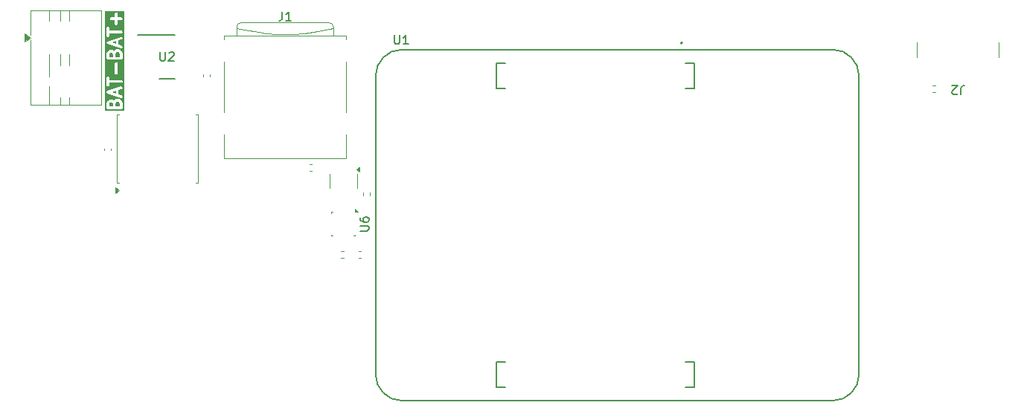
<source format=gbr>
%TF.GenerationSoftware,KiCad,Pcbnew,9.0.3*%
%TF.CreationDate,2025-11-10T23:22:15+01:00*%
%TF.ProjectId,AESS-PCB,41455353-2d50-4434-922e-6b696361645f,rev?*%
%TF.SameCoordinates,Original*%
%TF.FileFunction,Legend,Top*%
%TF.FilePolarity,Positive*%
%FSLAX46Y46*%
G04 Gerber Fmt 4.6, Leading zero omitted, Abs format (unit mm)*
G04 Created by KiCad (PCBNEW 9.0.3) date 2025-11-10 23:22:15*
%MOMM*%
%LPD*%
G01*
G04 APERTURE LIST*
%ADD10C,0.300000*%
%ADD11C,0.150000*%
%ADD12C,0.120000*%
%ADD13C,0.200000*%
%ADD14C,0.100000*%
%ADD15C,0.127000*%
G04 APERTURE END LIST*
D10*
G36*
X28583403Y-23154481D02*
G01*
X28620406Y-23191485D01*
X28665114Y-23280899D01*
X28665114Y-23595489D01*
X28250828Y-23595489D01*
X28250828Y-23280899D01*
X28295535Y-23191484D01*
X28332539Y-23154480D01*
X28421952Y-23109774D01*
X28493990Y-23109774D01*
X28583403Y-23154481D01*
G37*
G36*
X29369116Y-23083051D02*
G01*
X29406121Y-23120056D01*
X29450828Y-23209469D01*
X29450828Y-23595489D01*
X28965114Y-23595489D01*
X28965114Y-23269831D01*
X29017647Y-23112229D01*
X29046824Y-23083052D01*
X29136238Y-23038346D01*
X29279704Y-23038346D01*
X29369116Y-23083051D01*
G37*
G36*
X29022257Y-22108803D02*
G01*
X28575168Y-21959774D01*
X29022257Y-21810744D01*
X29022257Y-22108803D01*
G37*
G36*
X29917495Y-24062156D02*
G01*
X27784161Y-24062156D01*
X27784161Y-23245489D01*
X27950828Y-23245489D01*
X27950828Y-23745489D01*
X27953710Y-23774753D01*
X27976108Y-23828825D01*
X28017492Y-23870209D01*
X28071564Y-23892607D01*
X28100828Y-23895489D01*
X29600828Y-23895489D01*
X29630092Y-23892607D01*
X29684164Y-23870209D01*
X29725548Y-23828825D01*
X29747946Y-23774753D01*
X29750828Y-23745489D01*
X29750828Y-23174060D01*
X29747946Y-23144796D01*
X29745883Y-23139817D01*
X29745502Y-23134442D01*
X29734992Y-23106979D01*
X29663564Y-22964121D01*
X29655637Y-22951529D01*
X29654121Y-22947868D01*
X29650737Y-22943745D01*
X29647899Y-22939236D01*
X29644907Y-22936641D01*
X29635466Y-22925137D01*
X29564037Y-22853708D01*
X29552535Y-22844268D01*
X29549939Y-22841275D01*
X29545425Y-22838434D01*
X29541306Y-22835053D01*
X29537646Y-22833537D01*
X29525053Y-22825610D01*
X29382196Y-22754182D01*
X29354732Y-22743672D01*
X29349356Y-22743290D01*
X29344378Y-22741228D01*
X29315114Y-22738346D01*
X29100828Y-22738346D01*
X29071564Y-22741228D01*
X29066585Y-22743290D01*
X29061210Y-22743672D01*
X29033747Y-22754182D01*
X28890889Y-22825610D01*
X28878297Y-22833536D01*
X28874636Y-22835053D01*
X28870513Y-22838436D01*
X28866004Y-22841275D01*
X28863409Y-22844266D01*
X28851905Y-22853708D01*
X28780476Y-22925137D01*
X28779505Y-22926319D01*
X28778324Y-22925138D01*
X28766821Y-22915698D01*
X28764225Y-22912704D01*
X28759710Y-22909862D01*
X28755593Y-22906483D01*
X28751934Y-22904967D01*
X28739339Y-22897039D01*
X28596482Y-22825610D01*
X28569019Y-22815101D01*
X28563644Y-22814719D01*
X28558664Y-22812656D01*
X28529400Y-22809774D01*
X28386542Y-22809774D01*
X28357278Y-22812656D01*
X28352297Y-22814719D01*
X28346923Y-22815101D01*
X28319459Y-22825610D01*
X28176603Y-22897039D01*
X28164006Y-22904967D01*
X28160349Y-22906483D01*
X28156231Y-22909862D01*
X28151717Y-22912704D01*
X28149119Y-22915698D01*
X28137618Y-22925138D01*
X28066190Y-22996567D01*
X28056752Y-23008066D01*
X28053758Y-23010664D01*
X28050915Y-23015180D01*
X28047536Y-23019298D01*
X28046021Y-23022954D01*
X28038093Y-23035550D01*
X27966664Y-23178407D01*
X27956155Y-23205870D01*
X27955773Y-23211244D01*
X27953710Y-23216225D01*
X27950828Y-23245489D01*
X27784161Y-23245489D01*
X27784161Y-21941013D01*
X27952006Y-21941013D01*
X27953339Y-21959774D01*
X27952006Y-21978535D01*
X27955395Y-21988702D01*
X27956155Y-21999394D01*
X27964566Y-22016217D01*
X27970514Y-22034059D01*
X27977536Y-22042155D01*
X27982329Y-22051741D01*
X27996537Y-22064064D01*
X28008861Y-22078273D01*
X28018446Y-22083065D01*
X28026543Y-22090088D01*
X28053394Y-22102076D01*
X29553394Y-22602077D01*
X29582068Y-22608597D01*
X29640448Y-22604447D01*
X29692795Y-22578273D01*
X29731142Y-22534059D01*
X29749651Y-22478535D01*
X29745501Y-22420155D01*
X29719328Y-22367807D01*
X29675113Y-22329460D01*
X29648262Y-22317472D01*
X29322257Y-22208803D01*
X29322257Y-21710744D01*
X29648262Y-21602076D01*
X29675113Y-21590088D01*
X29719328Y-21551741D01*
X29745501Y-21499393D01*
X29749651Y-21441013D01*
X29731142Y-21385489D01*
X29692795Y-21341275D01*
X29640448Y-21315101D01*
X29582068Y-21310951D01*
X29553394Y-21317471D01*
X28053394Y-21817472D01*
X28026543Y-21829460D01*
X28018446Y-21836482D01*
X28008861Y-21841275D01*
X27996537Y-21855483D01*
X27982329Y-21867807D01*
X27977536Y-21877392D01*
X27970514Y-21885489D01*
X27964566Y-21903330D01*
X27956155Y-21920154D01*
X27955395Y-21930845D01*
X27952006Y-21941013D01*
X27784161Y-21941013D01*
X27784161Y-20316918D01*
X27950828Y-20316918D01*
X27950828Y-21174060D01*
X27953710Y-21203324D01*
X27976108Y-21257396D01*
X28017492Y-21298780D01*
X28071564Y-21321178D01*
X28130092Y-21321178D01*
X28184164Y-21298780D01*
X28225548Y-21257396D01*
X28247946Y-21203324D01*
X28250828Y-21174060D01*
X28250828Y-20895489D01*
X29600828Y-20895489D01*
X29630092Y-20892607D01*
X29684164Y-20870209D01*
X29725548Y-20828825D01*
X29747946Y-20774753D01*
X29747946Y-20716225D01*
X29725548Y-20662153D01*
X29684164Y-20620769D01*
X29630092Y-20598371D01*
X29600828Y-20595489D01*
X28250828Y-20595489D01*
X28250828Y-20316918D01*
X28247946Y-20287654D01*
X28225548Y-20233582D01*
X28184164Y-20192198D01*
X28130092Y-20169800D01*
X28071564Y-20169800D01*
X28017492Y-20192198D01*
X27976108Y-20233582D01*
X27953710Y-20287654D01*
X27950828Y-20316918D01*
X27784161Y-20316918D01*
X27784161Y-18674061D01*
X28879400Y-18674061D01*
X28879400Y-19816918D01*
X28882282Y-19846182D01*
X28904680Y-19900254D01*
X28946064Y-19941638D01*
X29000136Y-19964036D01*
X29058664Y-19964036D01*
X29112736Y-19941638D01*
X29154120Y-19900254D01*
X29176518Y-19846182D01*
X29179400Y-19816918D01*
X29179400Y-18674061D01*
X29176518Y-18644797D01*
X29154120Y-18590725D01*
X29112736Y-18549341D01*
X29058664Y-18526943D01*
X29000136Y-18526943D01*
X28946064Y-18549341D01*
X28904680Y-18590725D01*
X28882282Y-18644797D01*
X28879400Y-18674061D01*
X27784161Y-18674061D01*
X27784161Y-18360276D01*
X29917495Y-18360276D01*
X29917495Y-24062156D01*
G37*
G36*
X28583403Y-17504481D02*
G01*
X28620406Y-17541485D01*
X28665114Y-17630899D01*
X28665114Y-17945489D01*
X28250828Y-17945489D01*
X28250828Y-17630899D01*
X28295535Y-17541484D01*
X28332539Y-17504480D01*
X28421952Y-17459774D01*
X28493990Y-17459774D01*
X28583403Y-17504481D01*
G37*
G36*
X29369116Y-17433051D02*
G01*
X29406121Y-17470056D01*
X29450828Y-17559469D01*
X29450828Y-17945489D01*
X28965114Y-17945489D01*
X28965114Y-17619831D01*
X29017647Y-17462229D01*
X29046824Y-17433052D01*
X29136238Y-17388346D01*
X29279704Y-17388346D01*
X29369116Y-17433051D01*
G37*
G36*
X29022257Y-16458803D02*
G01*
X28575168Y-16309774D01*
X29022257Y-16160744D01*
X29022257Y-16458803D01*
G37*
G36*
X29917495Y-18412156D02*
G01*
X27784161Y-18412156D01*
X27784161Y-17595489D01*
X27950828Y-17595489D01*
X27950828Y-18095489D01*
X27953710Y-18124753D01*
X27976108Y-18178825D01*
X28017492Y-18220209D01*
X28071564Y-18242607D01*
X28100828Y-18245489D01*
X29600828Y-18245489D01*
X29630092Y-18242607D01*
X29684164Y-18220209D01*
X29725548Y-18178825D01*
X29747946Y-18124753D01*
X29750828Y-18095489D01*
X29750828Y-17524060D01*
X29747946Y-17494796D01*
X29745883Y-17489817D01*
X29745502Y-17484442D01*
X29734992Y-17456979D01*
X29663564Y-17314121D01*
X29655637Y-17301529D01*
X29654121Y-17297868D01*
X29650737Y-17293745D01*
X29647899Y-17289236D01*
X29644907Y-17286641D01*
X29635466Y-17275137D01*
X29564037Y-17203708D01*
X29552535Y-17194268D01*
X29549939Y-17191275D01*
X29545425Y-17188434D01*
X29541306Y-17185053D01*
X29537646Y-17183537D01*
X29525053Y-17175610D01*
X29382196Y-17104182D01*
X29354732Y-17093672D01*
X29349356Y-17093290D01*
X29344378Y-17091228D01*
X29315114Y-17088346D01*
X29100828Y-17088346D01*
X29071564Y-17091228D01*
X29066585Y-17093290D01*
X29061210Y-17093672D01*
X29033747Y-17104182D01*
X28890889Y-17175610D01*
X28878297Y-17183536D01*
X28874636Y-17185053D01*
X28870513Y-17188436D01*
X28866004Y-17191275D01*
X28863409Y-17194266D01*
X28851905Y-17203708D01*
X28780476Y-17275137D01*
X28779505Y-17276319D01*
X28778324Y-17275138D01*
X28766821Y-17265698D01*
X28764225Y-17262704D01*
X28759710Y-17259862D01*
X28755593Y-17256483D01*
X28751934Y-17254967D01*
X28739339Y-17247039D01*
X28596482Y-17175610D01*
X28569019Y-17165101D01*
X28563644Y-17164719D01*
X28558664Y-17162656D01*
X28529400Y-17159774D01*
X28386542Y-17159774D01*
X28357278Y-17162656D01*
X28352297Y-17164719D01*
X28346923Y-17165101D01*
X28319459Y-17175610D01*
X28176603Y-17247039D01*
X28164006Y-17254967D01*
X28160349Y-17256483D01*
X28156231Y-17259862D01*
X28151717Y-17262704D01*
X28149119Y-17265698D01*
X28137618Y-17275138D01*
X28066190Y-17346567D01*
X28056752Y-17358066D01*
X28053758Y-17360664D01*
X28050915Y-17365180D01*
X28047536Y-17369298D01*
X28046021Y-17372954D01*
X28038093Y-17385550D01*
X27966664Y-17528407D01*
X27956155Y-17555870D01*
X27955773Y-17561244D01*
X27953710Y-17566225D01*
X27950828Y-17595489D01*
X27784161Y-17595489D01*
X27784161Y-16291013D01*
X27952006Y-16291013D01*
X27953339Y-16309774D01*
X27952006Y-16328535D01*
X27955395Y-16338702D01*
X27956155Y-16349394D01*
X27964566Y-16366217D01*
X27970514Y-16384059D01*
X27977536Y-16392155D01*
X27982329Y-16401741D01*
X27996537Y-16414064D01*
X28008861Y-16428273D01*
X28018446Y-16433065D01*
X28026543Y-16440088D01*
X28053394Y-16452076D01*
X29553394Y-16952077D01*
X29582068Y-16958597D01*
X29640448Y-16954447D01*
X29692795Y-16928273D01*
X29731142Y-16884059D01*
X29749651Y-16828535D01*
X29745501Y-16770155D01*
X29719328Y-16717807D01*
X29675113Y-16679460D01*
X29648262Y-16667472D01*
X29322257Y-16558803D01*
X29322257Y-16060744D01*
X29648262Y-15952076D01*
X29675113Y-15940088D01*
X29719328Y-15901741D01*
X29745501Y-15849393D01*
X29749651Y-15791013D01*
X29731142Y-15735489D01*
X29692795Y-15691275D01*
X29640448Y-15665101D01*
X29582068Y-15660951D01*
X29553394Y-15667471D01*
X28053394Y-16167472D01*
X28026543Y-16179460D01*
X28018446Y-16186482D01*
X28008861Y-16191275D01*
X27996537Y-16205483D01*
X27982329Y-16217807D01*
X27977536Y-16227392D01*
X27970514Y-16235489D01*
X27964566Y-16253330D01*
X27956155Y-16270154D01*
X27955395Y-16280845D01*
X27952006Y-16291013D01*
X27784161Y-16291013D01*
X27784161Y-14666918D01*
X27950828Y-14666918D01*
X27950828Y-15524060D01*
X27953710Y-15553324D01*
X27976108Y-15607396D01*
X28017492Y-15648780D01*
X28071564Y-15671178D01*
X28130092Y-15671178D01*
X28184164Y-15648780D01*
X28225548Y-15607396D01*
X28247946Y-15553324D01*
X28250828Y-15524060D01*
X28250828Y-15245489D01*
X29600828Y-15245489D01*
X29630092Y-15242607D01*
X29684164Y-15220209D01*
X29725548Y-15178825D01*
X29747946Y-15124753D01*
X29747946Y-15066225D01*
X29725548Y-15012153D01*
X29684164Y-14970769D01*
X29630092Y-14948371D01*
X29600828Y-14945489D01*
X28250828Y-14945489D01*
X28250828Y-14666918D01*
X28247946Y-14637654D01*
X28225548Y-14583582D01*
X28184164Y-14542198D01*
X28130092Y-14519800D01*
X28071564Y-14519800D01*
X28017492Y-14542198D01*
X27976108Y-14583582D01*
X27953710Y-14637654D01*
X27950828Y-14666918D01*
X27784161Y-14666918D01*
X27784161Y-13566225D01*
X28310853Y-13566225D01*
X28310853Y-13624753D01*
X28333251Y-13678825D01*
X28374635Y-13720209D01*
X28428707Y-13742607D01*
X28457971Y-13745489D01*
X28879400Y-13745489D01*
X28879400Y-14166918D01*
X28882282Y-14196182D01*
X28904680Y-14250254D01*
X28946064Y-14291638D01*
X29000136Y-14314036D01*
X29058664Y-14314036D01*
X29112736Y-14291638D01*
X29154120Y-14250254D01*
X29176518Y-14196182D01*
X29179400Y-14166918D01*
X29179400Y-13745489D01*
X29600828Y-13745489D01*
X29630092Y-13742607D01*
X29684164Y-13720209D01*
X29725548Y-13678825D01*
X29747946Y-13624753D01*
X29747946Y-13566225D01*
X29725548Y-13512153D01*
X29684164Y-13470769D01*
X29630092Y-13448371D01*
X29600828Y-13445489D01*
X29179400Y-13445489D01*
X29179400Y-13024061D01*
X29176518Y-12994797D01*
X29154120Y-12940725D01*
X29112736Y-12899341D01*
X29058664Y-12876943D01*
X29000136Y-12876943D01*
X28946064Y-12899341D01*
X28904680Y-12940725D01*
X28882282Y-12994797D01*
X28879400Y-13024061D01*
X28879400Y-13445489D01*
X28457971Y-13445489D01*
X28428707Y-13448371D01*
X28374635Y-13470769D01*
X28333251Y-13512153D01*
X28310853Y-13566225D01*
X27784161Y-13566225D01*
X27784161Y-12710276D01*
X29917495Y-12710276D01*
X29917495Y-18412156D01*
G37*
D11*
X34038095Y-17404819D02*
X34038095Y-18214342D01*
X34038095Y-18214342D02*
X34085714Y-18309580D01*
X34085714Y-18309580D02*
X34133333Y-18357200D01*
X34133333Y-18357200D02*
X34228571Y-18404819D01*
X34228571Y-18404819D02*
X34419047Y-18404819D01*
X34419047Y-18404819D02*
X34514285Y-18357200D01*
X34514285Y-18357200D02*
X34561904Y-18309580D01*
X34561904Y-18309580D02*
X34609523Y-18214342D01*
X34609523Y-18214342D02*
X34609523Y-17404819D01*
X35038095Y-17500057D02*
X35085714Y-17452438D01*
X35085714Y-17452438D02*
X35180952Y-17404819D01*
X35180952Y-17404819D02*
X35419047Y-17404819D01*
X35419047Y-17404819D02*
X35514285Y-17452438D01*
X35514285Y-17452438D02*
X35561904Y-17500057D01*
X35561904Y-17500057D02*
X35609523Y-17595295D01*
X35609523Y-17595295D02*
X35609523Y-17690533D01*
X35609523Y-17690533D02*
X35561904Y-17833390D01*
X35561904Y-17833390D02*
X34990476Y-18404819D01*
X34990476Y-18404819D02*
X35609523Y-18404819D01*
X125143333Y-22240180D02*
X125143333Y-21525895D01*
X125143333Y-21525895D02*
X125190952Y-21383038D01*
X125190952Y-21383038D02*
X125286190Y-21287800D01*
X125286190Y-21287800D02*
X125429047Y-21240180D01*
X125429047Y-21240180D02*
X125524285Y-21240180D01*
X124714761Y-22144942D02*
X124667142Y-22192561D01*
X124667142Y-22192561D02*
X124571904Y-22240180D01*
X124571904Y-22240180D02*
X124333809Y-22240180D01*
X124333809Y-22240180D02*
X124238571Y-22192561D01*
X124238571Y-22192561D02*
X124190952Y-22144942D01*
X124190952Y-22144942D02*
X124143333Y-22049704D01*
X124143333Y-22049704D02*
X124143333Y-21954466D01*
X124143333Y-21954466D02*
X124190952Y-21811609D01*
X124190952Y-21811609D02*
X124762380Y-21240180D01*
X124762380Y-21240180D02*
X124143333Y-21240180D01*
X56772319Y-37759404D02*
X57581842Y-37759404D01*
X57581842Y-37759404D02*
X57677080Y-37711785D01*
X57677080Y-37711785D02*
X57724700Y-37664166D01*
X57724700Y-37664166D02*
X57772319Y-37568928D01*
X57772319Y-37568928D02*
X57772319Y-37378452D01*
X57772319Y-37378452D02*
X57724700Y-37283214D01*
X57724700Y-37283214D02*
X57677080Y-37235595D01*
X57677080Y-37235595D02*
X57581842Y-37187976D01*
X57581842Y-37187976D02*
X56772319Y-37187976D01*
X56772319Y-36283214D02*
X56772319Y-36473690D01*
X56772319Y-36473690D02*
X56819938Y-36568928D01*
X56819938Y-36568928D02*
X56867557Y-36616547D01*
X56867557Y-36616547D02*
X57010414Y-36711785D01*
X57010414Y-36711785D02*
X57200890Y-36759404D01*
X57200890Y-36759404D02*
X57581842Y-36759404D01*
X57581842Y-36759404D02*
X57677080Y-36711785D01*
X57677080Y-36711785D02*
X57724700Y-36664166D01*
X57724700Y-36664166D02*
X57772319Y-36568928D01*
X57772319Y-36568928D02*
X57772319Y-36378452D01*
X57772319Y-36378452D02*
X57724700Y-36283214D01*
X57724700Y-36283214D02*
X57677080Y-36235595D01*
X57677080Y-36235595D02*
X57581842Y-36187976D01*
X57581842Y-36187976D02*
X57343747Y-36187976D01*
X57343747Y-36187976D02*
X57248509Y-36235595D01*
X57248509Y-36235595D02*
X57200890Y-36283214D01*
X57200890Y-36283214D02*
X57153271Y-36378452D01*
X57153271Y-36378452D02*
X57153271Y-36568928D01*
X57153271Y-36568928D02*
X57200890Y-36664166D01*
X57200890Y-36664166D02*
X57248509Y-36711785D01*
X57248509Y-36711785D02*
X57343747Y-36759404D01*
X47916666Y-12817319D02*
X47916666Y-13531604D01*
X47916666Y-13531604D02*
X47869047Y-13674461D01*
X47869047Y-13674461D02*
X47773809Y-13769700D01*
X47773809Y-13769700D02*
X47630952Y-13817319D01*
X47630952Y-13817319D02*
X47535714Y-13817319D01*
X48916666Y-13817319D02*
X48345238Y-13817319D01*
X48630952Y-13817319D02*
X48630952Y-12817319D01*
X48630952Y-12817319D02*
X48535714Y-12960176D01*
X48535714Y-12960176D02*
X48440476Y-13055414D01*
X48440476Y-13055414D02*
X48345238Y-13103033D01*
X60713095Y-15487319D02*
X60713095Y-16296842D01*
X60713095Y-16296842D02*
X60760714Y-16392080D01*
X60760714Y-16392080D02*
X60808333Y-16439700D01*
X60808333Y-16439700D02*
X60903571Y-16487319D01*
X60903571Y-16487319D02*
X61094047Y-16487319D01*
X61094047Y-16487319D02*
X61189285Y-16439700D01*
X61189285Y-16439700D02*
X61236904Y-16392080D01*
X61236904Y-16392080D02*
X61284523Y-16296842D01*
X61284523Y-16296842D02*
X61284523Y-15487319D01*
X62284523Y-16487319D02*
X61713095Y-16487319D01*
X61998809Y-16487319D02*
X61998809Y-15487319D01*
X61998809Y-15487319D02*
X61903571Y-15630176D01*
X61903571Y-15630176D02*
X61808333Y-15725414D01*
X61808333Y-15725414D02*
X61713095Y-15773033D01*
D12*
%TO.C,C2*%
X39660000Y-19942164D02*
X39660000Y-20157836D01*
X38940000Y-19942164D02*
X38940000Y-20157836D01*
%TO.C,R4*%
X56903641Y-40830000D02*
X56596359Y-40830000D01*
X56903641Y-40070000D02*
X56596359Y-40070000D01*
%TO.C,R3*%
X54596359Y-40070000D02*
X54903641Y-40070000D01*
X54596359Y-40830000D02*
X54903641Y-40830000D01*
%TO.C,R2*%
X122203641Y-21980000D02*
X121896359Y-21980000D01*
X122203641Y-21220000D02*
X121896359Y-21220000D01*
%TO.C,R1*%
X57120000Y-33703641D02*
X57120000Y-33396359D01*
X57880000Y-33703641D02*
X57880000Y-33396359D01*
%TO.C,C3*%
X27690000Y-28607836D02*
X27690000Y-28392164D01*
X28410000Y-28607836D02*
X28410000Y-28392164D01*
%TO.C,C1*%
X51257836Y-30910000D02*
X51042164Y-30910000D01*
X51257836Y-30190000D02*
X51042164Y-30190000D01*
D13*
%TO.C,U2*%
X33899999Y-20450000D02*
X35700001Y-20450000D01*
X31499999Y-15450000D02*
X35700001Y-15450000D01*
D12*
%TO.C,J2*%
X120140000Y-16295000D02*
X120140000Y-17995000D01*
X129480000Y-16295000D02*
X129480000Y-17995000D01*
%TO.C,J3*%
X27302500Y-12630000D02*
X27302500Y-23370000D01*
X23682500Y-12630000D02*
X23682500Y-13870000D01*
X22682500Y-12630000D02*
X22682500Y-13870000D01*
X21382500Y-12630000D02*
X21382500Y-13870000D01*
X19262500Y-12630000D02*
X27302500Y-12630000D01*
X19262500Y-15450000D02*
X19262500Y-12630000D01*
X23682500Y-17630000D02*
X23682500Y-18938000D01*
X22682500Y-17630000D02*
X22682500Y-18938000D01*
X21382500Y-17630000D02*
X21382500Y-20207000D01*
X21382500Y-21293000D02*
X21382500Y-23370000D01*
X23682500Y-22562000D02*
X23682500Y-23370000D01*
X22682500Y-22562000D02*
X22682500Y-23370000D01*
X27302500Y-23370000D02*
X19262500Y-23370000D01*
X19262500Y-23370000D02*
X19262500Y-16050000D01*
X19262500Y-15750000D02*
X18652500Y-16190000D01*
X18652500Y-15310000D01*
X19262500Y-15750000D01*
G36*
X19262500Y-15750000D02*
G01*
X18652500Y-16190000D01*
X18652500Y-15310000D01*
X19262500Y-15750000D01*
G37*
%TO.C,U6*%
X56562500Y-35632500D02*
X56202500Y-35632500D01*
X56202500Y-35272500D01*
X56562500Y-35632500D01*
G36*
X56562500Y-35632500D02*
G01*
X56202500Y-35632500D01*
X56202500Y-35272500D01*
X56562500Y-35632500D01*
G37*
D14*
X53502500Y-38332500D02*
X53652500Y-38332500D01*
X53502500Y-38332500D02*
X53502500Y-38182500D01*
X56202500Y-38332500D02*
X56052500Y-38332500D01*
X56202500Y-38182500D02*
X56202500Y-38332500D01*
X53492500Y-35632500D02*
X53492500Y-35782500D01*
X53502500Y-35632500D02*
X53652500Y-35632500D01*
D12*
%TO.C,J1*%
X41340000Y-15542500D02*
X41340000Y-15942500D01*
X41340000Y-15542500D02*
X55160000Y-15542500D01*
X41340000Y-18462500D02*
X41340000Y-24242500D01*
X41340000Y-26762500D02*
X41340000Y-29462500D01*
X42750000Y-14642500D02*
X43550000Y-14842500D01*
X42750000Y-15542500D02*
X42750000Y-14542500D01*
X43250000Y-14042500D02*
X53250000Y-14042500D01*
X43550000Y-14842500D02*
X45250000Y-15142500D01*
X45250000Y-15142500D02*
X46050000Y-15242500D01*
X46050000Y-15242500D02*
X47350000Y-15342500D01*
X47350000Y-15342500D02*
X49150000Y-15342500D01*
X49150000Y-15342500D02*
X50450000Y-15242500D01*
X50450000Y-15242500D02*
X51950000Y-15042500D01*
X51950000Y-15042500D02*
X53250000Y-14742500D01*
X53250000Y-14742500D02*
X53750000Y-14642500D01*
X53750000Y-15542500D02*
X53750000Y-14542500D01*
X55160000Y-15542500D02*
X55160000Y-15942500D01*
X55160000Y-18462500D02*
X55160000Y-24242500D01*
X55160000Y-26762500D02*
X55160000Y-29462500D01*
X55160000Y-29462500D02*
X41340000Y-29462500D01*
X42750000Y-14542500D02*
G75*
G02*
X43250000Y-14042500I500001J-1D01*
G01*
X53250000Y-14042500D02*
G75*
G02*
X53750000Y-14542500I0J-500000D01*
G01*
%TO.C,U5*%
X56710000Y-31020000D02*
X56380000Y-30780000D01*
X56710000Y-30540000D01*
X56710000Y-31020000D01*
G36*
X56710000Y-31020000D02*
G01*
X56380000Y-30780000D01*
X56710000Y-30540000D01*
X56710000Y-31020000D01*
G37*
X53310000Y-32080000D02*
X53310000Y-32880000D01*
X53310000Y-32080000D02*
X53310000Y-31280000D01*
X56430000Y-32080000D02*
X56430000Y-32880000D01*
X56430000Y-32080000D02*
X56430000Y-31280000D01*
%TO.C,U3*%
X29140000Y-32260000D02*
X29380000Y-32260000D01*
X38360000Y-32260000D02*
X38120000Y-32260000D01*
X29140000Y-28400000D02*
X29140000Y-32260000D01*
X29140000Y-28400000D02*
X29140000Y-24540000D01*
X38360000Y-28400000D02*
X38360000Y-32260000D01*
X38360000Y-28400000D02*
X38360000Y-24540000D01*
X29140000Y-24540000D02*
X29380000Y-24540000D01*
X38360000Y-24540000D02*
X38120000Y-24540000D01*
X29380000Y-33112500D02*
X28910000Y-33452500D01*
X28910000Y-32772500D01*
X29380000Y-33112500D01*
G36*
X29380000Y-33112500D02*
G01*
X28910000Y-33452500D01*
X28910000Y-32772500D01*
X29380000Y-33112500D01*
G37*
D15*
%TO.C,U1*%
X58550000Y-20107500D02*
X58550000Y-54107500D01*
X61550000Y-57107500D02*
G75*
G02*
X58550000Y-54107500I0J3000000D01*
G01*
X61550000Y-57107500D02*
X110550000Y-57107500D01*
X113550000Y-54107500D02*
G75*
G02*
X110550000Y-57107500I-3000000J0D01*
G01*
X113550000Y-54107500D02*
X113550000Y-20107500D01*
X110550000Y-17107500D02*
G75*
G02*
X113550000Y-20107500I0J-3000000D01*
G01*
X110550000Y-17107500D02*
X61550000Y-17107500D01*
X58550000Y-20107500D02*
G75*
G02*
X61550000Y-17107500I3000000J0D01*
G01*
D13*
X93450000Y-16357500D02*
G75*
G02*
X93250000Y-16357500I-100000J0D01*
G01*
X93250000Y-16357500D02*
G75*
G02*
X93450000Y-16357500I100000J0D01*
G01*
D15*
X73330000Y-18667500D02*
X72250000Y-18667500D01*
X72250000Y-18667500D02*
X72250000Y-21547500D01*
X72250000Y-21547500D02*
X73330000Y-21547500D01*
X93770000Y-18667500D02*
X94850000Y-18667500D01*
X94850000Y-18667500D02*
X94850000Y-21547500D01*
X94850000Y-21547500D02*
X93770000Y-21547500D01*
X73330000Y-52667500D02*
X72250000Y-52667500D01*
X72250000Y-52667500D02*
X72250000Y-55547500D01*
X72250000Y-55547500D02*
X73330000Y-55547500D01*
X93770000Y-52667500D02*
X94850000Y-52667500D01*
X94850000Y-52667500D02*
X94850000Y-55547500D01*
X94850000Y-55547500D02*
X93770000Y-55547500D01*
%TD*%
M02*

</source>
